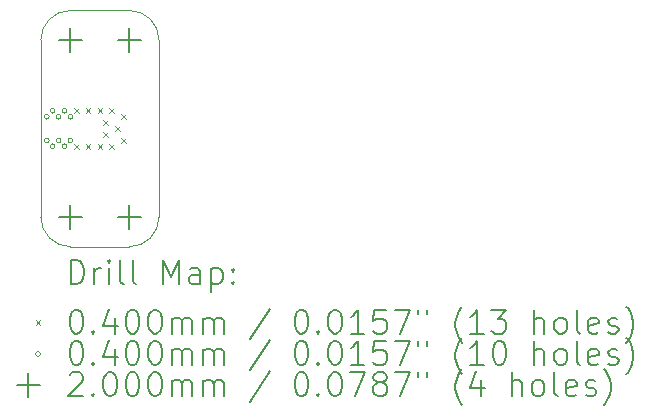
<source format=gbr>
%TF.GenerationSoftware,KiCad,Pcbnew,6.0.9+dfsg-1~bpo11+1*%
%TF.CreationDate,2022-11-06T17:06:25+01:00*%
%TF.ProjectId,load,6c6f6164-2e6b-4696-9361-645f70636258,2*%
%TF.SameCoordinates,Original*%
%TF.FileFunction,Drillmap*%
%TF.FilePolarity,Positive*%
%FSLAX45Y45*%
G04 Gerber Fmt 4.5, Leading zero omitted, Abs format (unit mm)*
G04 Created by KiCad (PCBNEW 6.0.9+dfsg-1~bpo11+1) date 2022-11-06 17:06:25*
%MOMM*%
%LPD*%
G01*
G04 APERTURE LIST*
%ADD10C,0.100000*%
%ADD11C,0.200000*%
%ADD12C,0.040000*%
G04 APERTURE END LIST*
D10*
X16250000Y-8500000D02*
X16250000Y-10000000D01*
X15500000Y-8250000D02*
G75*
G03*
X15250000Y-8500000I0J-250000D01*
G01*
X15250000Y-10000000D02*
G75*
G03*
X15500000Y-10250000I250000J0D01*
G01*
X16000000Y-10250000D02*
G75*
G03*
X16250000Y-10000000I0J250000D01*
G01*
X15500000Y-8250000D02*
X16000000Y-8250000D01*
X15250000Y-10000000D02*
X15250000Y-8500000D01*
X16000000Y-10250000D02*
X15500000Y-10250000D01*
X16250000Y-8500000D02*
G75*
G03*
X16000000Y-8250000I-250000J0D01*
G01*
D11*
D12*
X15530000Y-9080000D02*
X15570000Y-9120000D01*
X15570000Y-9080000D02*
X15530000Y-9120000D01*
X15530000Y-9380000D02*
X15570000Y-9420000D01*
X15570000Y-9380000D02*
X15530000Y-9420000D01*
X15630000Y-9080000D02*
X15670000Y-9120000D01*
X15670000Y-9080000D02*
X15630000Y-9120000D01*
X15630000Y-9380000D02*
X15670000Y-9420000D01*
X15670000Y-9380000D02*
X15630000Y-9420000D01*
X15730000Y-9080000D02*
X15770000Y-9120000D01*
X15770000Y-9080000D02*
X15730000Y-9120000D01*
X15730000Y-9380000D02*
X15770000Y-9420000D01*
X15770000Y-9380000D02*
X15730000Y-9420000D01*
X15780000Y-9180000D02*
X15820000Y-9220000D01*
X15820000Y-9180000D02*
X15780000Y-9220000D01*
X15780000Y-9280000D02*
X15820000Y-9320000D01*
X15820000Y-9280000D02*
X15780000Y-9320000D01*
X15830000Y-9080000D02*
X15870000Y-9120000D01*
X15870000Y-9080000D02*
X15830000Y-9120000D01*
X15830000Y-9380000D02*
X15870000Y-9420000D01*
X15870000Y-9380000D02*
X15830000Y-9420000D01*
X15880000Y-9230000D02*
X15920000Y-9270000D01*
X15920000Y-9230000D02*
X15880000Y-9270000D01*
X15930000Y-9130000D02*
X15970000Y-9170000D01*
X15970000Y-9130000D02*
X15930000Y-9170000D01*
X15930000Y-9330000D02*
X15970000Y-9370000D01*
X15970000Y-9330000D02*
X15930000Y-9370000D01*
X15320000Y-9150000D02*
G75*
G03*
X15320000Y-9150000I-20000J0D01*
G01*
X15320000Y-9350000D02*
G75*
G03*
X15320000Y-9350000I-20000J0D01*
G01*
X15370000Y-9100000D02*
G75*
G03*
X15370000Y-9100000I-20000J0D01*
G01*
X15370000Y-9400000D02*
G75*
G03*
X15370000Y-9400000I-20000J0D01*
G01*
X15420000Y-9150000D02*
G75*
G03*
X15420000Y-9150000I-20000J0D01*
G01*
X15420000Y-9350000D02*
G75*
G03*
X15420000Y-9350000I-20000J0D01*
G01*
X15470000Y-9100000D02*
G75*
G03*
X15470000Y-9100000I-20000J0D01*
G01*
X15470000Y-9400000D02*
G75*
G03*
X15470000Y-9400000I-20000J0D01*
G01*
X15520000Y-9150000D02*
G75*
G03*
X15520000Y-9150000I-20000J0D01*
G01*
X15520000Y-9350000D02*
G75*
G03*
X15520000Y-9350000I-20000J0D01*
G01*
D11*
X15500000Y-8400000D02*
X15500000Y-8600000D01*
X15400000Y-8500000D02*
X15600000Y-8500000D01*
X15500000Y-9900000D02*
X15500000Y-10100000D01*
X15400000Y-10000000D02*
X15600000Y-10000000D01*
X16000000Y-8400000D02*
X16000000Y-8600000D01*
X15900000Y-8500000D02*
X16100000Y-8500000D01*
X16000000Y-9900000D02*
X16000000Y-10100000D01*
X15900000Y-10000000D02*
X16100000Y-10000000D01*
X15502619Y-10565476D02*
X15502619Y-10365476D01*
X15550238Y-10365476D01*
X15578809Y-10375000D01*
X15597857Y-10394048D01*
X15607381Y-10413095D01*
X15616905Y-10451190D01*
X15616905Y-10479762D01*
X15607381Y-10517857D01*
X15597857Y-10536905D01*
X15578809Y-10555952D01*
X15550238Y-10565476D01*
X15502619Y-10565476D01*
X15702619Y-10565476D02*
X15702619Y-10432143D01*
X15702619Y-10470238D02*
X15712143Y-10451190D01*
X15721667Y-10441667D01*
X15740714Y-10432143D01*
X15759762Y-10432143D01*
X15826428Y-10565476D02*
X15826428Y-10432143D01*
X15826428Y-10365476D02*
X15816905Y-10375000D01*
X15826428Y-10384524D01*
X15835952Y-10375000D01*
X15826428Y-10365476D01*
X15826428Y-10384524D01*
X15950238Y-10565476D02*
X15931190Y-10555952D01*
X15921667Y-10536905D01*
X15921667Y-10365476D01*
X16055000Y-10565476D02*
X16035952Y-10555952D01*
X16026428Y-10536905D01*
X16026428Y-10365476D01*
X16283571Y-10565476D02*
X16283571Y-10365476D01*
X16350238Y-10508333D01*
X16416905Y-10365476D01*
X16416905Y-10565476D01*
X16597857Y-10565476D02*
X16597857Y-10460714D01*
X16588333Y-10441667D01*
X16569286Y-10432143D01*
X16531190Y-10432143D01*
X16512143Y-10441667D01*
X16597857Y-10555952D02*
X16578809Y-10565476D01*
X16531190Y-10565476D01*
X16512143Y-10555952D01*
X16502619Y-10536905D01*
X16502619Y-10517857D01*
X16512143Y-10498810D01*
X16531190Y-10489286D01*
X16578809Y-10489286D01*
X16597857Y-10479762D01*
X16693095Y-10432143D02*
X16693095Y-10632143D01*
X16693095Y-10441667D02*
X16712143Y-10432143D01*
X16750238Y-10432143D01*
X16769286Y-10441667D01*
X16778810Y-10451190D01*
X16788333Y-10470238D01*
X16788333Y-10527381D01*
X16778810Y-10546429D01*
X16769286Y-10555952D01*
X16750238Y-10565476D01*
X16712143Y-10565476D01*
X16693095Y-10555952D01*
X16874048Y-10546429D02*
X16883571Y-10555952D01*
X16874048Y-10565476D01*
X16864524Y-10555952D01*
X16874048Y-10546429D01*
X16874048Y-10565476D01*
X16874048Y-10441667D02*
X16883571Y-10451190D01*
X16874048Y-10460714D01*
X16864524Y-10451190D01*
X16874048Y-10441667D01*
X16874048Y-10460714D01*
D12*
X15205000Y-10875000D02*
X15245000Y-10915000D01*
X15245000Y-10875000D02*
X15205000Y-10915000D01*
D11*
X15540714Y-10785476D02*
X15559762Y-10785476D01*
X15578809Y-10795000D01*
X15588333Y-10804524D01*
X15597857Y-10823571D01*
X15607381Y-10861667D01*
X15607381Y-10909286D01*
X15597857Y-10947381D01*
X15588333Y-10966429D01*
X15578809Y-10975952D01*
X15559762Y-10985476D01*
X15540714Y-10985476D01*
X15521667Y-10975952D01*
X15512143Y-10966429D01*
X15502619Y-10947381D01*
X15493095Y-10909286D01*
X15493095Y-10861667D01*
X15502619Y-10823571D01*
X15512143Y-10804524D01*
X15521667Y-10795000D01*
X15540714Y-10785476D01*
X15693095Y-10966429D02*
X15702619Y-10975952D01*
X15693095Y-10985476D01*
X15683571Y-10975952D01*
X15693095Y-10966429D01*
X15693095Y-10985476D01*
X15874048Y-10852143D02*
X15874048Y-10985476D01*
X15826428Y-10775952D02*
X15778809Y-10918810D01*
X15902619Y-10918810D01*
X16016905Y-10785476D02*
X16035952Y-10785476D01*
X16055000Y-10795000D01*
X16064524Y-10804524D01*
X16074048Y-10823571D01*
X16083571Y-10861667D01*
X16083571Y-10909286D01*
X16074048Y-10947381D01*
X16064524Y-10966429D01*
X16055000Y-10975952D01*
X16035952Y-10985476D01*
X16016905Y-10985476D01*
X15997857Y-10975952D01*
X15988333Y-10966429D01*
X15978809Y-10947381D01*
X15969286Y-10909286D01*
X15969286Y-10861667D01*
X15978809Y-10823571D01*
X15988333Y-10804524D01*
X15997857Y-10795000D01*
X16016905Y-10785476D01*
X16207381Y-10785476D02*
X16226428Y-10785476D01*
X16245476Y-10795000D01*
X16255000Y-10804524D01*
X16264524Y-10823571D01*
X16274048Y-10861667D01*
X16274048Y-10909286D01*
X16264524Y-10947381D01*
X16255000Y-10966429D01*
X16245476Y-10975952D01*
X16226428Y-10985476D01*
X16207381Y-10985476D01*
X16188333Y-10975952D01*
X16178809Y-10966429D01*
X16169286Y-10947381D01*
X16159762Y-10909286D01*
X16159762Y-10861667D01*
X16169286Y-10823571D01*
X16178809Y-10804524D01*
X16188333Y-10795000D01*
X16207381Y-10785476D01*
X16359762Y-10985476D02*
X16359762Y-10852143D01*
X16359762Y-10871190D02*
X16369286Y-10861667D01*
X16388333Y-10852143D01*
X16416905Y-10852143D01*
X16435952Y-10861667D01*
X16445476Y-10880714D01*
X16445476Y-10985476D01*
X16445476Y-10880714D02*
X16455000Y-10861667D01*
X16474048Y-10852143D01*
X16502619Y-10852143D01*
X16521667Y-10861667D01*
X16531190Y-10880714D01*
X16531190Y-10985476D01*
X16626428Y-10985476D02*
X16626428Y-10852143D01*
X16626428Y-10871190D02*
X16635952Y-10861667D01*
X16655000Y-10852143D01*
X16683571Y-10852143D01*
X16702619Y-10861667D01*
X16712143Y-10880714D01*
X16712143Y-10985476D01*
X16712143Y-10880714D02*
X16721667Y-10861667D01*
X16740714Y-10852143D01*
X16769286Y-10852143D01*
X16788333Y-10861667D01*
X16797857Y-10880714D01*
X16797857Y-10985476D01*
X17188333Y-10775952D02*
X17016905Y-11033095D01*
X17445476Y-10785476D02*
X17464524Y-10785476D01*
X17483571Y-10795000D01*
X17493095Y-10804524D01*
X17502619Y-10823571D01*
X17512143Y-10861667D01*
X17512143Y-10909286D01*
X17502619Y-10947381D01*
X17493095Y-10966429D01*
X17483571Y-10975952D01*
X17464524Y-10985476D01*
X17445476Y-10985476D01*
X17426429Y-10975952D01*
X17416905Y-10966429D01*
X17407381Y-10947381D01*
X17397857Y-10909286D01*
X17397857Y-10861667D01*
X17407381Y-10823571D01*
X17416905Y-10804524D01*
X17426429Y-10795000D01*
X17445476Y-10785476D01*
X17597857Y-10966429D02*
X17607381Y-10975952D01*
X17597857Y-10985476D01*
X17588333Y-10975952D01*
X17597857Y-10966429D01*
X17597857Y-10985476D01*
X17731190Y-10785476D02*
X17750238Y-10785476D01*
X17769286Y-10795000D01*
X17778810Y-10804524D01*
X17788333Y-10823571D01*
X17797857Y-10861667D01*
X17797857Y-10909286D01*
X17788333Y-10947381D01*
X17778810Y-10966429D01*
X17769286Y-10975952D01*
X17750238Y-10985476D01*
X17731190Y-10985476D01*
X17712143Y-10975952D01*
X17702619Y-10966429D01*
X17693095Y-10947381D01*
X17683571Y-10909286D01*
X17683571Y-10861667D01*
X17693095Y-10823571D01*
X17702619Y-10804524D01*
X17712143Y-10795000D01*
X17731190Y-10785476D01*
X17988333Y-10985476D02*
X17874048Y-10985476D01*
X17931190Y-10985476D02*
X17931190Y-10785476D01*
X17912143Y-10814048D01*
X17893095Y-10833095D01*
X17874048Y-10842619D01*
X18169286Y-10785476D02*
X18074048Y-10785476D01*
X18064524Y-10880714D01*
X18074048Y-10871190D01*
X18093095Y-10861667D01*
X18140714Y-10861667D01*
X18159762Y-10871190D01*
X18169286Y-10880714D01*
X18178810Y-10899762D01*
X18178810Y-10947381D01*
X18169286Y-10966429D01*
X18159762Y-10975952D01*
X18140714Y-10985476D01*
X18093095Y-10985476D01*
X18074048Y-10975952D01*
X18064524Y-10966429D01*
X18245476Y-10785476D02*
X18378810Y-10785476D01*
X18293095Y-10985476D01*
X18445476Y-10785476D02*
X18445476Y-10823571D01*
X18521667Y-10785476D02*
X18521667Y-10823571D01*
X18816905Y-11061667D02*
X18807381Y-11052143D01*
X18788333Y-11023571D01*
X18778810Y-11004524D01*
X18769286Y-10975952D01*
X18759762Y-10928333D01*
X18759762Y-10890238D01*
X18769286Y-10842619D01*
X18778810Y-10814048D01*
X18788333Y-10795000D01*
X18807381Y-10766429D01*
X18816905Y-10756905D01*
X18997857Y-10985476D02*
X18883571Y-10985476D01*
X18940714Y-10985476D02*
X18940714Y-10785476D01*
X18921667Y-10814048D01*
X18902619Y-10833095D01*
X18883571Y-10842619D01*
X19064524Y-10785476D02*
X19188333Y-10785476D01*
X19121667Y-10861667D01*
X19150238Y-10861667D01*
X19169286Y-10871190D01*
X19178810Y-10880714D01*
X19188333Y-10899762D01*
X19188333Y-10947381D01*
X19178810Y-10966429D01*
X19169286Y-10975952D01*
X19150238Y-10985476D01*
X19093095Y-10985476D01*
X19074048Y-10975952D01*
X19064524Y-10966429D01*
X19426429Y-10985476D02*
X19426429Y-10785476D01*
X19512143Y-10985476D02*
X19512143Y-10880714D01*
X19502619Y-10861667D01*
X19483571Y-10852143D01*
X19455000Y-10852143D01*
X19435952Y-10861667D01*
X19426429Y-10871190D01*
X19635952Y-10985476D02*
X19616905Y-10975952D01*
X19607381Y-10966429D01*
X19597857Y-10947381D01*
X19597857Y-10890238D01*
X19607381Y-10871190D01*
X19616905Y-10861667D01*
X19635952Y-10852143D01*
X19664524Y-10852143D01*
X19683571Y-10861667D01*
X19693095Y-10871190D01*
X19702619Y-10890238D01*
X19702619Y-10947381D01*
X19693095Y-10966429D01*
X19683571Y-10975952D01*
X19664524Y-10985476D01*
X19635952Y-10985476D01*
X19816905Y-10985476D02*
X19797857Y-10975952D01*
X19788333Y-10956905D01*
X19788333Y-10785476D01*
X19969286Y-10975952D02*
X19950238Y-10985476D01*
X19912143Y-10985476D01*
X19893095Y-10975952D01*
X19883571Y-10956905D01*
X19883571Y-10880714D01*
X19893095Y-10861667D01*
X19912143Y-10852143D01*
X19950238Y-10852143D01*
X19969286Y-10861667D01*
X19978810Y-10880714D01*
X19978810Y-10899762D01*
X19883571Y-10918810D01*
X20055000Y-10975952D02*
X20074048Y-10985476D01*
X20112143Y-10985476D01*
X20131190Y-10975952D01*
X20140714Y-10956905D01*
X20140714Y-10947381D01*
X20131190Y-10928333D01*
X20112143Y-10918810D01*
X20083571Y-10918810D01*
X20064524Y-10909286D01*
X20055000Y-10890238D01*
X20055000Y-10880714D01*
X20064524Y-10861667D01*
X20083571Y-10852143D01*
X20112143Y-10852143D01*
X20131190Y-10861667D01*
X20207381Y-11061667D02*
X20216905Y-11052143D01*
X20235952Y-11023571D01*
X20245476Y-11004524D01*
X20255000Y-10975952D01*
X20264524Y-10928333D01*
X20264524Y-10890238D01*
X20255000Y-10842619D01*
X20245476Y-10814048D01*
X20235952Y-10795000D01*
X20216905Y-10766429D01*
X20207381Y-10756905D01*
D12*
X15245000Y-11159000D02*
G75*
G03*
X15245000Y-11159000I-20000J0D01*
G01*
D11*
X15540714Y-11049476D02*
X15559762Y-11049476D01*
X15578809Y-11059000D01*
X15588333Y-11068524D01*
X15597857Y-11087571D01*
X15607381Y-11125667D01*
X15607381Y-11173286D01*
X15597857Y-11211381D01*
X15588333Y-11230428D01*
X15578809Y-11239952D01*
X15559762Y-11249476D01*
X15540714Y-11249476D01*
X15521667Y-11239952D01*
X15512143Y-11230428D01*
X15502619Y-11211381D01*
X15493095Y-11173286D01*
X15493095Y-11125667D01*
X15502619Y-11087571D01*
X15512143Y-11068524D01*
X15521667Y-11059000D01*
X15540714Y-11049476D01*
X15693095Y-11230428D02*
X15702619Y-11239952D01*
X15693095Y-11249476D01*
X15683571Y-11239952D01*
X15693095Y-11230428D01*
X15693095Y-11249476D01*
X15874048Y-11116143D02*
X15874048Y-11249476D01*
X15826428Y-11039952D02*
X15778809Y-11182810D01*
X15902619Y-11182810D01*
X16016905Y-11049476D02*
X16035952Y-11049476D01*
X16055000Y-11059000D01*
X16064524Y-11068524D01*
X16074048Y-11087571D01*
X16083571Y-11125667D01*
X16083571Y-11173286D01*
X16074048Y-11211381D01*
X16064524Y-11230428D01*
X16055000Y-11239952D01*
X16035952Y-11249476D01*
X16016905Y-11249476D01*
X15997857Y-11239952D01*
X15988333Y-11230428D01*
X15978809Y-11211381D01*
X15969286Y-11173286D01*
X15969286Y-11125667D01*
X15978809Y-11087571D01*
X15988333Y-11068524D01*
X15997857Y-11059000D01*
X16016905Y-11049476D01*
X16207381Y-11049476D02*
X16226428Y-11049476D01*
X16245476Y-11059000D01*
X16255000Y-11068524D01*
X16264524Y-11087571D01*
X16274048Y-11125667D01*
X16274048Y-11173286D01*
X16264524Y-11211381D01*
X16255000Y-11230428D01*
X16245476Y-11239952D01*
X16226428Y-11249476D01*
X16207381Y-11249476D01*
X16188333Y-11239952D01*
X16178809Y-11230428D01*
X16169286Y-11211381D01*
X16159762Y-11173286D01*
X16159762Y-11125667D01*
X16169286Y-11087571D01*
X16178809Y-11068524D01*
X16188333Y-11059000D01*
X16207381Y-11049476D01*
X16359762Y-11249476D02*
X16359762Y-11116143D01*
X16359762Y-11135190D02*
X16369286Y-11125667D01*
X16388333Y-11116143D01*
X16416905Y-11116143D01*
X16435952Y-11125667D01*
X16445476Y-11144714D01*
X16445476Y-11249476D01*
X16445476Y-11144714D02*
X16455000Y-11125667D01*
X16474048Y-11116143D01*
X16502619Y-11116143D01*
X16521667Y-11125667D01*
X16531190Y-11144714D01*
X16531190Y-11249476D01*
X16626428Y-11249476D02*
X16626428Y-11116143D01*
X16626428Y-11135190D02*
X16635952Y-11125667D01*
X16655000Y-11116143D01*
X16683571Y-11116143D01*
X16702619Y-11125667D01*
X16712143Y-11144714D01*
X16712143Y-11249476D01*
X16712143Y-11144714D02*
X16721667Y-11125667D01*
X16740714Y-11116143D01*
X16769286Y-11116143D01*
X16788333Y-11125667D01*
X16797857Y-11144714D01*
X16797857Y-11249476D01*
X17188333Y-11039952D02*
X17016905Y-11297095D01*
X17445476Y-11049476D02*
X17464524Y-11049476D01*
X17483571Y-11059000D01*
X17493095Y-11068524D01*
X17502619Y-11087571D01*
X17512143Y-11125667D01*
X17512143Y-11173286D01*
X17502619Y-11211381D01*
X17493095Y-11230428D01*
X17483571Y-11239952D01*
X17464524Y-11249476D01*
X17445476Y-11249476D01*
X17426429Y-11239952D01*
X17416905Y-11230428D01*
X17407381Y-11211381D01*
X17397857Y-11173286D01*
X17397857Y-11125667D01*
X17407381Y-11087571D01*
X17416905Y-11068524D01*
X17426429Y-11059000D01*
X17445476Y-11049476D01*
X17597857Y-11230428D02*
X17607381Y-11239952D01*
X17597857Y-11249476D01*
X17588333Y-11239952D01*
X17597857Y-11230428D01*
X17597857Y-11249476D01*
X17731190Y-11049476D02*
X17750238Y-11049476D01*
X17769286Y-11059000D01*
X17778810Y-11068524D01*
X17788333Y-11087571D01*
X17797857Y-11125667D01*
X17797857Y-11173286D01*
X17788333Y-11211381D01*
X17778810Y-11230428D01*
X17769286Y-11239952D01*
X17750238Y-11249476D01*
X17731190Y-11249476D01*
X17712143Y-11239952D01*
X17702619Y-11230428D01*
X17693095Y-11211381D01*
X17683571Y-11173286D01*
X17683571Y-11125667D01*
X17693095Y-11087571D01*
X17702619Y-11068524D01*
X17712143Y-11059000D01*
X17731190Y-11049476D01*
X17988333Y-11249476D02*
X17874048Y-11249476D01*
X17931190Y-11249476D02*
X17931190Y-11049476D01*
X17912143Y-11078048D01*
X17893095Y-11097095D01*
X17874048Y-11106619D01*
X18169286Y-11049476D02*
X18074048Y-11049476D01*
X18064524Y-11144714D01*
X18074048Y-11135190D01*
X18093095Y-11125667D01*
X18140714Y-11125667D01*
X18159762Y-11135190D01*
X18169286Y-11144714D01*
X18178810Y-11163762D01*
X18178810Y-11211381D01*
X18169286Y-11230428D01*
X18159762Y-11239952D01*
X18140714Y-11249476D01*
X18093095Y-11249476D01*
X18074048Y-11239952D01*
X18064524Y-11230428D01*
X18245476Y-11049476D02*
X18378810Y-11049476D01*
X18293095Y-11249476D01*
X18445476Y-11049476D02*
X18445476Y-11087571D01*
X18521667Y-11049476D02*
X18521667Y-11087571D01*
X18816905Y-11325667D02*
X18807381Y-11316143D01*
X18788333Y-11287571D01*
X18778810Y-11268524D01*
X18769286Y-11239952D01*
X18759762Y-11192333D01*
X18759762Y-11154238D01*
X18769286Y-11106619D01*
X18778810Y-11078048D01*
X18788333Y-11059000D01*
X18807381Y-11030429D01*
X18816905Y-11020905D01*
X18997857Y-11249476D02*
X18883571Y-11249476D01*
X18940714Y-11249476D02*
X18940714Y-11049476D01*
X18921667Y-11078048D01*
X18902619Y-11097095D01*
X18883571Y-11106619D01*
X19121667Y-11049476D02*
X19140714Y-11049476D01*
X19159762Y-11059000D01*
X19169286Y-11068524D01*
X19178810Y-11087571D01*
X19188333Y-11125667D01*
X19188333Y-11173286D01*
X19178810Y-11211381D01*
X19169286Y-11230428D01*
X19159762Y-11239952D01*
X19140714Y-11249476D01*
X19121667Y-11249476D01*
X19102619Y-11239952D01*
X19093095Y-11230428D01*
X19083571Y-11211381D01*
X19074048Y-11173286D01*
X19074048Y-11125667D01*
X19083571Y-11087571D01*
X19093095Y-11068524D01*
X19102619Y-11059000D01*
X19121667Y-11049476D01*
X19426429Y-11249476D02*
X19426429Y-11049476D01*
X19512143Y-11249476D02*
X19512143Y-11144714D01*
X19502619Y-11125667D01*
X19483571Y-11116143D01*
X19455000Y-11116143D01*
X19435952Y-11125667D01*
X19426429Y-11135190D01*
X19635952Y-11249476D02*
X19616905Y-11239952D01*
X19607381Y-11230428D01*
X19597857Y-11211381D01*
X19597857Y-11154238D01*
X19607381Y-11135190D01*
X19616905Y-11125667D01*
X19635952Y-11116143D01*
X19664524Y-11116143D01*
X19683571Y-11125667D01*
X19693095Y-11135190D01*
X19702619Y-11154238D01*
X19702619Y-11211381D01*
X19693095Y-11230428D01*
X19683571Y-11239952D01*
X19664524Y-11249476D01*
X19635952Y-11249476D01*
X19816905Y-11249476D02*
X19797857Y-11239952D01*
X19788333Y-11220905D01*
X19788333Y-11049476D01*
X19969286Y-11239952D02*
X19950238Y-11249476D01*
X19912143Y-11249476D01*
X19893095Y-11239952D01*
X19883571Y-11220905D01*
X19883571Y-11144714D01*
X19893095Y-11125667D01*
X19912143Y-11116143D01*
X19950238Y-11116143D01*
X19969286Y-11125667D01*
X19978810Y-11144714D01*
X19978810Y-11163762D01*
X19883571Y-11182810D01*
X20055000Y-11239952D02*
X20074048Y-11249476D01*
X20112143Y-11249476D01*
X20131190Y-11239952D01*
X20140714Y-11220905D01*
X20140714Y-11211381D01*
X20131190Y-11192333D01*
X20112143Y-11182810D01*
X20083571Y-11182810D01*
X20064524Y-11173286D01*
X20055000Y-11154238D01*
X20055000Y-11144714D01*
X20064524Y-11125667D01*
X20083571Y-11116143D01*
X20112143Y-11116143D01*
X20131190Y-11125667D01*
X20207381Y-11325667D02*
X20216905Y-11316143D01*
X20235952Y-11287571D01*
X20245476Y-11268524D01*
X20255000Y-11239952D01*
X20264524Y-11192333D01*
X20264524Y-11154238D01*
X20255000Y-11106619D01*
X20245476Y-11078048D01*
X20235952Y-11059000D01*
X20216905Y-11030429D01*
X20207381Y-11020905D01*
X15145000Y-11323000D02*
X15145000Y-11523000D01*
X15045000Y-11423000D02*
X15245000Y-11423000D01*
X15493095Y-11332524D02*
X15502619Y-11323000D01*
X15521667Y-11313476D01*
X15569286Y-11313476D01*
X15588333Y-11323000D01*
X15597857Y-11332524D01*
X15607381Y-11351571D01*
X15607381Y-11370619D01*
X15597857Y-11399190D01*
X15483571Y-11513476D01*
X15607381Y-11513476D01*
X15693095Y-11494428D02*
X15702619Y-11503952D01*
X15693095Y-11513476D01*
X15683571Y-11503952D01*
X15693095Y-11494428D01*
X15693095Y-11513476D01*
X15826428Y-11313476D02*
X15845476Y-11313476D01*
X15864524Y-11323000D01*
X15874048Y-11332524D01*
X15883571Y-11351571D01*
X15893095Y-11389667D01*
X15893095Y-11437286D01*
X15883571Y-11475381D01*
X15874048Y-11494428D01*
X15864524Y-11503952D01*
X15845476Y-11513476D01*
X15826428Y-11513476D01*
X15807381Y-11503952D01*
X15797857Y-11494428D01*
X15788333Y-11475381D01*
X15778809Y-11437286D01*
X15778809Y-11389667D01*
X15788333Y-11351571D01*
X15797857Y-11332524D01*
X15807381Y-11323000D01*
X15826428Y-11313476D01*
X16016905Y-11313476D02*
X16035952Y-11313476D01*
X16055000Y-11323000D01*
X16064524Y-11332524D01*
X16074048Y-11351571D01*
X16083571Y-11389667D01*
X16083571Y-11437286D01*
X16074048Y-11475381D01*
X16064524Y-11494428D01*
X16055000Y-11503952D01*
X16035952Y-11513476D01*
X16016905Y-11513476D01*
X15997857Y-11503952D01*
X15988333Y-11494428D01*
X15978809Y-11475381D01*
X15969286Y-11437286D01*
X15969286Y-11389667D01*
X15978809Y-11351571D01*
X15988333Y-11332524D01*
X15997857Y-11323000D01*
X16016905Y-11313476D01*
X16207381Y-11313476D02*
X16226428Y-11313476D01*
X16245476Y-11323000D01*
X16255000Y-11332524D01*
X16264524Y-11351571D01*
X16274048Y-11389667D01*
X16274048Y-11437286D01*
X16264524Y-11475381D01*
X16255000Y-11494428D01*
X16245476Y-11503952D01*
X16226428Y-11513476D01*
X16207381Y-11513476D01*
X16188333Y-11503952D01*
X16178809Y-11494428D01*
X16169286Y-11475381D01*
X16159762Y-11437286D01*
X16159762Y-11389667D01*
X16169286Y-11351571D01*
X16178809Y-11332524D01*
X16188333Y-11323000D01*
X16207381Y-11313476D01*
X16359762Y-11513476D02*
X16359762Y-11380143D01*
X16359762Y-11399190D02*
X16369286Y-11389667D01*
X16388333Y-11380143D01*
X16416905Y-11380143D01*
X16435952Y-11389667D01*
X16445476Y-11408714D01*
X16445476Y-11513476D01*
X16445476Y-11408714D02*
X16455000Y-11389667D01*
X16474048Y-11380143D01*
X16502619Y-11380143D01*
X16521667Y-11389667D01*
X16531190Y-11408714D01*
X16531190Y-11513476D01*
X16626428Y-11513476D02*
X16626428Y-11380143D01*
X16626428Y-11399190D02*
X16635952Y-11389667D01*
X16655000Y-11380143D01*
X16683571Y-11380143D01*
X16702619Y-11389667D01*
X16712143Y-11408714D01*
X16712143Y-11513476D01*
X16712143Y-11408714D02*
X16721667Y-11389667D01*
X16740714Y-11380143D01*
X16769286Y-11380143D01*
X16788333Y-11389667D01*
X16797857Y-11408714D01*
X16797857Y-11513476D01*
X17188333Y-11303952D02*
X17016905Y-11561095D01*
X17445476Y-11313476D02*
X17464524Y-11313476D01*
X17483571Y-11323000D01*
X17493095Y-11332524D01*
X17502619Y-11351571D01*
X17512143Y-11389667D01*
X17512143Y-11437286D01*
X17502619Y-11475381D01*
X17493095Y-11494428D01*
X17483571Y-11503952D01*
X17464524Y-11513476D01*
X17445476Y-11513476D01*
X17426429Y-11503952D01*
X17416905Y-11494428D01*
X17407381Y-11475381D01*
X17397857Y-11437286D01*
X17397857Y-11389667D01*
X17407381Y-11351571D01*
X17416905Y-11332524D01*
X17426429Y-11323000D01*
X17445476Y-11313476D01*
X17597857Y-11494428D02*
X17607381Y-11503952D01*
X17597857Y-11513476D01*
X17588333Y-11503952D01*
X17597857Y-11494428D01*
X17597857Y-11513476D01*
X17731190Y-11313476D02*
X17750238Y-11313476D01*
X17769286Y-11323000D01*
X17778810Y-11332524D01*
X17788333Y-11351571D01*
X17797857Y-11389667D01*
X17797857Y-11437286D01*
X17788333Y-11475381D01*
X17778810Y-11494428D01*
X17769286Y-11503952D01*
X17750238Y-11513476D01*
X17731190Y-11513476D01*
X17712143Y-11503952D01*
X17702619Y-11494428D01*
X17693095Y-11475381D01*
X17683571Y-11437286D01*
X17683571Y-11389667D01*
X17693095Y-11351571D01*
X17702619Y-11332524D01*
X17712143Y-11323000D01*
X17731190Y-11313476D01*
X17864524Y-11313476D02*
X17997857Y-11313476D01*
X17912143Y-11513476D01*
X18102619Y-11399190D02*
X18083571Y-11389667D01*
X18074048Y-11380143D01*
X18064524Y-11361095D01*
X18064524Y-11351571D01*
X18074048Y-11332524D01*
X18083571Y-11323000D01*
X18102619Y-11313476D01*
X18140714Y-11313476D01*
X18159762Y-11323000D01*
X18169286Y-11332524D01*
X18178810Y-11351571D01*
X18178810Y-11361095D01*
X18169286Y-11380143D01*
X18159762Y-11389667D01*
X18140714Y-11399190D01*
X18102619Y-11399190D01*
X18083571Y-11408714D01*
X18074048Y-11418238D01*
X18064524Y-11437286D01*
X18064524Y-11475381D01*
X18074048Y-11494428D01*
X18083571Y-11503952D01*
X18102619Y-11513476D01*
X18140714Y-11513476D01*
X18159762Y-11503952D01*
X18169286Y-11494428D01*
X18178810Y-11475381D01*
X18178810Y-11437286D01*
X18169286Y-11418238D01*
X18159762Y-11408714D01*
X18140714Y-11399190D01*
X18245476Y-11313476D02*
X18378810Y-11313476D01*
X18293095Y-11513476D01*
X18445476Y-11313476D02*
X18445476Y-11351571D01*
X18521667Y-11313476D02*
X18521667Y-11351571D01*
X18816905Y-11589667D02*
X18807381Y-11580143D01*
X18788333Y-11551571D01*
X18778810Y-11532524D01*
X18769286Y-11503952D01*
X18759762Y-11456333D01*
X18759762Y-11418238D01*
X18769286Y-11370619D01*
X18778810Y-11342048D01*
X18788333Y-11323000D01*
X18807381Y-11294428D01*
X18816905Y-11284905D01*
X18978810Y-11380143D02*
X18978810Y-11513476D01*
X18931190Y-11303952D02*
X18883571Y-11446809D01*
X19007381Y-11446809D01*
X19235952Y-11513476D02*
X19235952Y-11313476D01*
X19321667Y-11513476D02*
X19321667Y-11408714D01*
X19312143Y-11389667D01*
X19293095Y-11380143D01*
X19264524Y-11380143D01*
X19245476Y-11389667D01*
X19235952Y-11399190D01*
X19445476Y-11513476D02*
X19426429Y-11503952D01*
X19416905Y-11494428D01*
X19407381Y-11475381D01*
X19407381Y-11418238D01*
X19416905Y-11399190D01*
X19426429Y-11389667D01*
X19445476Y-11380143D01*
X19474048Y-11380143D01*
X19493095Y-11389667D01*
X19502619Y-11399190D01*
X19512143Y-11418238D01*
X19512143Y-11475381D01*
X19502619Y-11494428D01*
X19493095Y-11503952D01*
X19474048Y-11513476D01*
X19445476Y-11513476D01*
X19626429Y-11513476D02*
X19607381Y-11503952D01*
X19597857Y-11484905D01*
X19597857Y-11313476D01*
X19778810Y-11503952D02*
X19759762Y-11513476D01*
X19721667Y-11513476D01*
X19702619Y-11503952D01*
X19693095Y-11484905D01*
X19693095Y-11408714D01*
X19702619Y-11389667D01*
X19721667Y-11380143D01*
X19759762Y-11380143D01*
X19778810Y-11389667D01*
X19788333Y-11408714D01*
X19788333Y-11427762D01*
X19693095Y-11446809D01*
X19864524Y-11503952D02*
X19883571Y-11513476D01*
X19921667Y-11513476D01*
X19940714Y-11503952D01*
X19950238Y-11484905D01*
X19950238Y-11475381D01*
X19940714Y-11456333D01*
X19921667Y-11446809D01*
X19893095Y-11446809D01*
X19874048Y-11437286D01*
X19864524Y-11418238D01*
X19864524Y-11408714D01*
X19874048Y-11389667D01*
X19893095Y-11380143D01*
X19921667Y-11380143D01*
X19940714Y-11389667D01*
X20016905Y-11589667D02*
X20026429Y-11580143D01*
X20045476Y-11551571D01*
X20055000Y-11532524D01*
X20064524Y-11503952D01*
X20074048Y-11456333D01*
X20074048Y-11418238D01*
X20064524Y-11370619D01*
X20055000Y-11342048D01*
X20045476Y-11323000D01*
X20026429Y-11294428D01*
X20016905Y-11284905D01*
M02*

</source>
